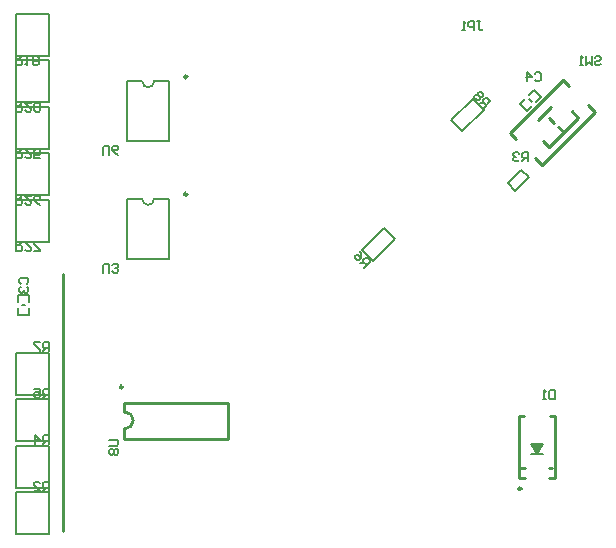
<source format=gbo>
G04*
G04 #@! TF.GenerationSoftware,Altium Limited,Altium Designer,18.1.9 (240)*
G04*
G04 Layer_Color=32896*
%FSLAX25Y25*%
%MOIN*%
G70*
G01*
G75*
%ADD10C,0.00800*%
%ADD12C,0.01000*%
%ADD13C,0.00984*%
%ADD14C,0.00787*%
%ADD16C,0.00600*%
%ADD17C,0.00500*%
D10*
X156000Y29177D02*
X158000Y25677D01*
X156000Y29177D02*
X160000D01*
X158000Y25677D02*
X160000Y29177D01*
X156000Y25677D02*
X160000D01*
X129571Y136852D02*
X136809Y144090D01*
X140428Y140471D01*
X133190Y133233D02*
X140428Y140471D01*
X129571Y136852D02*
X133190Y133233D01*
X103424Y90090D02*
X110662Y97328D01*
X99804Y93709D02*
X103424Y90090D01*
X99804Y93709D02*
X107043Y100947D01*
X110662Y97328D01*
D12*
X20707Y34102D02*
G03*
X20800Y39700I93J2798D01*
G01*
X153000Y14122D02*
G03*
X153000Y14122I-500J0D01*
G01*
X41552Y151441D02*
G03*
X41552Y151441I-510J0D01*
G01*
Y112239D02*
G03*
X41552Y112239I-510J0D01*
G01*
X20477Y30796D02*
Y34100D01*
Y39802D02*
Y42804D01*
X55123Y30796D02*
Y42804D01*
X20477Y30796D02*
X55123D01*
X20477Y42804D02*
X55123D01*
X165197Y134685D02*
X167035Y132847D01*
X162086Y137796D02*
X163924Y135958D01*
X158550Y137089D02*
X162722Y141261D01*
X160035Y129947D02*
X162086Y127897D01*
X171985Y137796D01*
X169935Y139847D02*
X171985Y137796D01*
X159849Y122152D02*
X177387Y139690D01*
X149270Y132731D02*
X166808Y150269D01*
X157529Y124471D02*
X159849Y122152D01*
X175068Y142010D02*
X177387Y139690D01*
X149270Y132731D02*
X151307Y130694D01*
X166808Y150269D02*
X168845Y148233D01*
X152000Y17622D02*
Y38252D01*
X162350D02*
X164000D01*
Y17622D02*
Y38252D01*
X152000D02*
X153748D01*
X162000Y17622D02*
X164000D01*
X162000Y21122D02*
X163315D01*
X152000Y17622D02*
X154000D01*
X152685Y21122D02*
X154000D01*
X156800Y28922D02*
X158000Y26422D01*
X159200Y28622D01*
X157800D02*
X159200D01*
X157800D02*
X158000Y27532D01*
X0Y0D02*
Y85750D01*
D13*
X20092Y47992D02*
G03*
X20092Y47992I-492J0D01*
G01*
D14*
X26542Y149941D02*
G03*
X30542Y149941I2000J0D01*
G01*
X26542Y110739D02*
G03*
X30542Y110739I2000J0D01*
G01*
X21542Y129941D02*
X35543D01*
X21542D02*
Y149941D01*
X26542D01*
X30542D02*
X35543D01*
Y129941D02*
Y149941D01*
X21542Y90739D02*
X35543D01*
X21542D02*
Y110739D01*
X26542D01*
X30542D02*
X35543D01*
Y90739D02*
Y110739D01*
D16*
X148381Y115886D02*
X150887Y113381D01*
X152975Y120480D02*
X155480Y117974D01*
X150887Y113381D02*
X155480Y117974D01*
X148381Y115886D02*
X152975Y120480D01*
X155576Y143924D02*
X156424Y143076D01*
X152381Y142386D02*
X154887Y139881D01*
X159619Y144613D02*
Y144614D01*
X157114Y147119D02*
X159619Y144614D01*
X155455Y145460D02*
X157114Y147119D01*
X152381Y142386D02*
X154040Y144045D01*
X157960Y142955D02*
X159619Y144614D01*
X154886Y139881D02*
X156545Y141540D01*
X-15500Y158425D02*
Y172425D01*
X-4500D01*
Y158425D02*
Y172425D01*
X-15500Y158425D02*
X-4500D01*
X-15500Y143000D02*
Y157000D01*
X-4500D01*
Y143000D02*
Y157000D01*
X-15500Y143000D02*
X-4500D01*
X-15650Y127425D02*
Y141425D01*
X-4650D01*
Y127425D02*
Y141425D01*
X-15650Y127425D02*
X-4650D01*
X-15500Y112000D02*
Y126000D01*
X-4500D01*
Y112000D02*
Y126000D01*
X-15500Y112000D02*
X-4500D01*
X-15500Y96500D02*
Y110500D01*
X-4500D01*
Y96500D02*
Y110500D01*
X-15500Y96500D02*
X-4500D01*
X-13600Y75500D02*
X-12400D01*
X-14772Y78846D02*
X-11229D01*
X-14772Y72154D02*
X-14771Y72154D01*
X-11229D01*
Y74500D01*
Y76500D02*
Y78846D01*
X-14771Y72154D02*
Y74500D01*
Y76500D02*
Y78846D01*
X-15500Y45500D02*
Y59500D01*
X-4500D01*
Y45500D02*
Y59500D01*
X-15500Y45500D02*
X-4500D01*
X-15500Y30000D02*
Y44000D01*
X-4500D01*
Y30000D02*
Y44000D01*
X-15500Y30000D02*
X-4500D01*
X-15500Y14500D02*
Y28500D01*
X-4500D01*
Y14500D02*
Y28500D01*
X-15500Y14500D02*
X-4500D01*
X-15500Y-1000D02*
Y13000D01*
X-4500D01*
Y-1000D02*
Y13000D01*
X-15500Y-1000D02*
X-4500D01*
D17*
X138182Y169999D02*
X139182D01*
X138682D01*
Y167500D01*
X139182Y167000D01*
X139682D01*
X140182Y167500D01*
X137183Y167000D02*
Y169999D01*
X135683D01*
X135183Y169499D01*
Y168500D01*
X135683Y168000D01*
X137183D01*
X134184Y167000D02*
X133184D01*
X133684D01*
Y169999D01*
X134184Y169499D01*
X15501Y30500D02*
X18000D01*
X18500Y30000D01*
Y29000D01*
X18000Y28501D01*
X15501D01*
X16001Y27501D02*
X15501Y27001D01*
Y26001D01*
X16001Y25502D01*
X16501D01*
X17000Y26001D01*
X17500Y25502D01*
X18000D01*
X18500Y26001D01*
Y27001D01*
X18000Y27501D01*
X17500D01*
X17000Y27001D01*
X16501Y27501D01*
X16001D01*
X17000Y27001D02*
Y26001D01*
X13543Y125442D02*
Y127942D01*
X14042Y128441D01*
X15042D01*
X15542Y127942D01*
Y125442D01*
X18541D02*
X17541Y125942D01*
X16542Y126942D01*
Y127942D01*
X17041Y128441D01*
X18041D01*
X18541Y127942D01*
Y127442D01*
X18041Y126942D01*
X16542D01*
X13543Y86165D02*
Y88665D01*
X14042Y89164D01*
X15042D01*
X15542Y88665D01*
Y86165D01*
X16542Y86665D02*
X17041Y86165D01*
X18041D01*
X18541Y86665D01*
Y87165D01*
X18041Y87665D01*
X17541D01*
X18041D01*
X18541Y88165D01*
Y88665D01*
X18041Y89164D01*
X17041D01*
X16542Y88665D01*
X177401Y157824D02*
X177901Y158323D01*
X178900D01*
X179400Y157824D01*
Y157324D01*
X178900Y156824D01*
X177901D01*
X177401Y156324D01*
Y155824D01*
X177901Y155324D01*
X178900D01*
X179400Y155824D01*
X176401Y158323D02*
Y155324D01*
X175401Y156324D01*
X174402Y155324D01*
Y158323D01*
X173402Y155324D02*
X172402D01*
X172902D01*
Y158323D01*
X173402Y157824D01*
X-15350Y96280D02*
Y93281D01*
X-13851D01*
X-13351Y93780D01*
Y94780D01*
X-13851Y95280D01*
X-15350D01*
X-14351D02*
X-13351Y96280D01*
X-10352D02*
X-12351D01*
X-10352Y94280D01*
Y93780D01*
X-10852Y93281D01*
X-11851D01*
X-12351Y93780D01*
X-9352Y93281D02*
X-7353D01*
Y93780D01*
X-9352Y95780D01*
Y96280D01*
X-15350Y111807D02*
Y108808D01*
X-13851D01*
X-13351Y109308D01*
Y110308D01*
X-13851Y110807D01*
X-15350D01*
X-14351D02*
X-13351Y111807D01*
X-10352D02*
X-12351D01*
X-10352Y109808D01*
Y109308D01*
X-10852Y108808D01*
X-11851D01*
X-12351Y109308D01*
X-7353Y108808D02*
X-8353Y109308D01*
X-9352Y110308D01*
Y111307D01*
X-8852Y111807D01*
X-7853D01*
X-7353Y111307D01*
Y110807D01*
X-7853Y110308D01*
X-9352D01*
X-15500Y127205D02*
Y124206D01*
X-14001D01*
X-13501Y124706D01*
Y125705D01*
X-14001Y126205D01*
X-15500D01*
X-14500D02*
X-13501Y127205D01*
X-10502D02*
X-12501D01*
X-10502Y125205D01*
Y124706D01*
X-11001Y124206D01*
X-12001D01*
X-12501Y124706D01*
X-7503Y124206D02*
X-9502D01*
Y125705D01*
X-8502Y125205D01*
X-8002D01*
X-7503Y125705D01*
Y126705D01*
X-8002Y127205D01*
X-9002D01*
X-9502Y126705D01*
X-15350Y142705D02*
Y139706D01*
X-13851D01*
X-13351Y140206D01*
Y141205D01*
X-13851Y141705D01*
X-15350D01*
X-14351D02*
X-13351Y142705D01*
X-10352D02*
X-12351D01*
X-10352Y140706D01*
Y140206D01*
X-10852Y139706D01*
X-11851D01*
X-12351Y140206D01*
X-9352D02*
X-8852Y139706D01*
X-7853D01*
X-7353Y140206D01*
Y142205D01*
X-7853Y142705D01*
X-8852D01*
X-9352Y142205D01*
Y140206D01*
X-15350Y158214D02*
Y155215D01*
X-13851D01*
X-13351Y155715D01*
Y156714D01*
X-13851Y157214D01*
X-15350D01*
X-14351D02*
X-13351Y158214D01*
X-12351D02*
X-11352D01*
X-11851D01*
Y155215D01*
X-12351Y155715D01*
X-9852Y157714D02*
X-9352Y158214D01*
X-8353D01*
X-7853Y157714D01*
Y155715D01*
X-8353Y155215D01*
X-9352D01*
X-9852Y155715D01*
Y156214D01*
X-9352Y156714D01*
X-7853D01*
X140500Y141162D02*
X142621Y143282D01*
X141560Y144343D01*
X140853Y144343D01*
X140147Y143636D01*
X140147Y142929D01*
X141207Y141869D01*
X140500Y142576D02*
X139086Y142576D01*
X140147Y145050D02*
Y145756D01*
X139440Y146463D01*
X138733Y146463D01*
X138379Y146110D01*
Y145403D01*
X137672Y145403D01*
X137319Y145050D01*
X137319Y144343D01*
X138026Y143636D01*
X138733D01*
X139086Y143989D01*
Y144696D01*
X139793Y144696D01*
X140147Y145050D01*
X139086Y144696D02*
X138379Y145403D01*
X-4650Y60004D02*
Y63003D01*
X-6149D01*
X-6649Y62503D01*
Y61503D01*
X-6149Y61003D01*
X-4650D01*
X-5649D02*
X-6649Y60004D01*
X-7649Y63003D02*
X-9648D01*
Y62503D01*
X-7649Y60503D01*
Y60004D01*
X100636Y87828D02*
X102756Y89949D01*
X101696Y91009D01*
X100989Y91009D01*
X100282Y90302D01*
X100282Y89596D01*
X101342Y88535D01*
X100636Y89242D02*
X99222Y89242D01*
Y93483D02*
X99575Y92423D01*
X99575Y91009D01*
X98868Y90302D01*
X98162D01*
X97455Y91009D01*
X97455Y91716D01*
X97808Y92070D01*
X98515Y92070D01*
X99575Y91009D01*
X-4500Y44500D02*
Y47499D01*
X-5999D01*
X-6499Y46999D01*
Y46000D01*
X-5999Y45500D01*
X-4500D01*
X-5500D02*
X-6499Y44500D01*
X-9498Y47499D02*
X-7499D01*
Y46000D01*
X-8499Y46499D01*
X-8999D01*
X-9498Y46000D01*
Y45000D01*
X-8999Y44500D01*
X-7999D01*
X-7499Y45000D01*
X-4650Y28961D02*
Y31960D01*
X-6149D01*
X-6649Y31460D01*
Y30460D01*
X-6149Y29960D01*
X-4650D01*
X-5649D02*
X-6649Y28961D01*
X-9148D02*
Y31960D01*
X-7649Y30460D01*
X-9648D01*
X155300Y123324D02*
Y126323D01*
X153800D01*
X153301Y125823D01*
Y124824D01*
X153800Y124324D01*
X155300D01*
X154300D02*
X153301Y123324D01*
X152301Y125823D02*
X151801Y126323D01*
X150801D01*
X150302Y125823D01*
Y125324D01*
X150801Y124824D01*
X151301D01*
X150801D01*
X150302Y124324D01*
Y123824D01*
X150801Y123324D01*
X151801D01*
X152301Y123824D01*
X-4650Y13425D02*
Y16424D01*
X-6149D01*
X-6649Y15924D01*
Y14925D01*
X-6149Y14425D01*
X-4650D01*
X-5649D02*
X-6649Y13425D01*
X-9648D02*
X-7649D01*
X-9648Y15425D01*
Y15924D01*
X-9148Y16424D01*
X-8149D01*
X-7649Y15924D01*
X164000Y46923D02*
Y43924D01*
X162501D01*
X162001Y44424D01*
Y46424D01*
X162501Y46923D01*
X164000D01*
X161001Y43924D02*
X160001D01*
X160501D01*
Y46923D01*
X161001Y46424D01*
X157401Y152424D02*
X157901Y152923D01*
X158900D01*
X159400Y152424D01*
Y150424D01*
X158900Y149924D01*
X157901D01*
X157401Y150424D01*
X154901Y149924D02*
Y152923D01*
X156401Y151424D01*
X154402D01*
X-13999Y82501D02*
X-14499Y83000D01*
Y84000D01*
X-13999Y84500D01*
X-12000D01*
X-11500Y84000D01*
Y83000D01*
X-12000Y82501D01*
X-13999Y81501D02*
X-14499Y81001D01*
Y80001D01*
X-13999Y79502D01*
X-13499D01*
X-13000Y80001D01*
Y80501D01*
Y80001D01*
X-12500Y79502D01*
X-12000D01*
X-11500Y80001D01*
Y81001D01*
X-12000Y81501D01*
M02*

</source>
